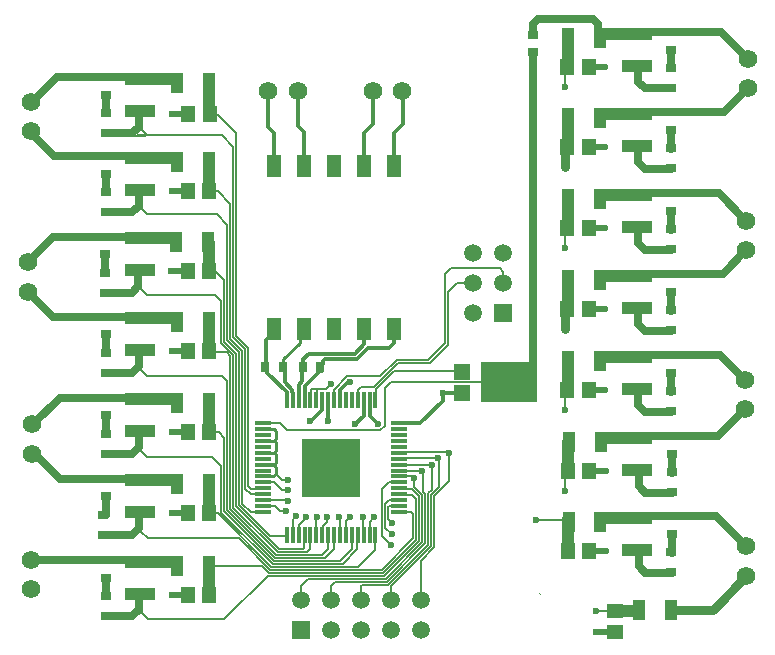
<source format=gtl>
G04*
G04 #@! TF.GenerationSoftware,Altium Limited,Altium Designer,20.0.10 (225)*
G04*
G04 Layer_Physical_Order=1*
G04 Layer_Color=255*
%FSLAX25Y25*%
%MOIN*%
G70*
G01*
G75*
%ADD15C,0.00500*%
%ADD16C,0.01000*%
%ADD36R,0.19134X0.13228*%
%ADD37R,0.05512X0.05472*%
%ADD38R,0.02756X0.03543*%
%ADD39R,0.03543X0.02756*%
%ADD40R,0.05512X0.04724*%
%ADD41R,0.04331X0.06693*%
%ADD42R,0.05000X0.07441*%
%ADD43R,0.05807X0.01181*%
%ADD44R,0.01181X0.05807*%
%ADD45R,0.19685X0.19685*%
%ADD46R,0.04724X0.05512*%
%ADD47R,0.03740X0.02953*%
%ADD48R,0.10236X0.04331*%
%ADD49C,0.02000*%
%ADD50C,0.01200*%
%ADD51C,0.02700*%
%ADD52C,0.03000*%
%ADD53C,0.04000*%
%ADD54C,0.02500*%
%ADD55C,0.06201*%
%ADD56R,0.05906X0.05906*%
%ADD57C,0.05906*%
%ADD58R,0.05906X0.05906*%
%ADD59C,0.02362*%
G36*
X305020Y102947D02*
X305077D01*
Y102890D01*
X305134D01*
Y102833D01*
X305077D01*
Y102890D01*
X305020D01*
Y102947D01*
X304963D01*
Y103004D01*
X305020D01*
Y102947D01*
D02*
G37*
G36*
Y107967D02*
X305077D01*
Y107910D01*
X305134D01*
Y107853D01*
X305077D01*
Y107910D01*
X305020D01*
Y107967D01*
X304963D01*
Y108024D01*
X305020D01*
Y107967D01*
D02*
G37*
G36*
X305362Y107625D02*
X305419D01*
Y107568D01*
X305476D01*
Y107510D01*
X305419D01*
Y107568D01*
X305362D01*
Y107625D01*
X305305D01*
Y107682D01*
X305362D01*
Y107625D01*
D02*
G37*
G36*
X298517Y109222D02*
X298574D01*
Y109165D01*
X298631D01*
Y109108D01*
X298574D01*
Y109165D01*
X298517D01*
Y109222D01*
X298460D01*
Y109279D01*
X298517D01*
Y109222D01*
D02*
G37*
G36*
X298859Y108879D02*
X298916D01*
Y108823D01*
X298973D01*
Y108765D01*
X298916D01*
Y108823D01*
X298859D01*
Y108879D01*
X298802D01*
Y108937D01*
X298859D01*
Y108879D01*
D02*
G37*
G36*
X297832Y110705D02*
X297889D01*
Y110648D01*
X297947D01*
Y110591D01*
X297889D01*
Y110648D01*
X297832D01*
Y110705D01*
X297775D01*
Y110762D01*
X297832D01*
Y110705D01*
D02*
G37*
G36*
X303537Y114242D02*
X303594D01*
Y114184D01*
X303651D01*
Y114128D01*
X303594D01*
Y114184D01*
X303537D01*
Y114242D01*
X303480D01*
Y114299D01*
X303537D01*
Y114242D01*
D02*
G37*
G36*
X303879Y113899D02*
X303936D01*
Y113842D01*
X303993D01*
Y113785D01*
X303936D01*
Y113842D01*
X303879D01*
Y113899D01*
X303822D01*
Y113956D01*
X303879D01*
Y113899D01*
D02*
G37*
G36*
X305020Y115382D02*
X305077D01*
Y115325D01*
X305134D01*
Y115268D01*
X305077D01*
Y115325D01*
X305020D01*
Y115382D01*
X304963D01*
Y115439D01*
X305020D01*
Y115382D01*
D02*
G37*
G36*
X298517Y124053D02*
X298574D01*
Y123996D01*
X298631D01*
Y123939D01*
X298574D01*
Y123996D01*
X298517D01*
Y124053D01*
X298460D01*
Y124110D01*
X298517D01*
Y124053D01*
D02*
G37*
G36*
X300570Y124737D02*
X300627D01*
Y124680D01*
X300684D01*
Y124623D01*
X300627D01*
Y124680D01*
X300570D01*
Y124737D01*
X300513D01*
Y124794D01*
X300570D01*
Y124737D01*
D02*
G37*
G36*
X304906Y122228D02*
X304963D01*
Y122170D01*
X305020D01*
Y122113D01*
X305077D01*
Y122056D01*
X305134D01*
Y121999D01*
X305077D01*
Y122056D01*
X305020D01*
Y122113D01*
X304963D01*
Y122170D01*
X304906D01*
Y122228D01*
X304849D01*
Y122284D01*
X304906D01*
Y122228D01*
D02*
G37*
G36*
X305704Y106940D02*
X305761D01*
Y106883D01*
X305818D01*
Y106826D01*
X305761D01*
Y106883D01*
X305704D01*
Y106940D01*
X305647D01*
Y106997D01*
X305704D01*
Y106940D01*
D02*
G37*
G36*
X312892Y116295D02*
X312949D01*
Y116238D01*
X313006D01*
Y116181D01*
X312949D01*
Y116238D01*
X312892D01*
Y116295D01*
X312835D01*
Y116352D01*
X312892D01*
Y116295D01*
D02*
G37*
G36*
X312549Y116637D02*
X312606D01*
Y116580D01*
X312664D01*
Y116523D01*
X312606D01*
Y116580D01*
X312549D01*
Y116637D01*
X312492D01*
Y116694D01*
X312549D01*
Y116637D01*
D02*
G37*
G36*
X310382Y116980D02*
X310439D01*
Y116923D01*
X310496D01*
Y116866D01*
X310439D01*
Y116923D01*
X310382D01*
Y116980D01*
X310325D01*
Y117037D01*
X310382D01*
Y116980D01*
D02*
G37*
G36*
X309697Y118349D02*
X309754D01*
Y118292D01*
X309811D01*
Y118235D01*
X309754D01*
Y118292D01*
X309697D01*
Y118349D01*
X309640D01*
Y118406D01*
X309697D01*
Y118349D01*
D02*
G37*
G36*
X312207Y116980D02*
X312264D01*
Y116923D01*
X312321D01*
Y116866D01*
X312264D01*
Y116923D01*
X312207D01*
Y116980D01*
X312150D01*
Y117037D01*
X312207D01*
Y116980D01*
D02*
G37*
G36*
X306389Y120174D02*
X306446D01*
Y120117D01*
X306389D01*
Y120174D01*
X306332D01*
Y120231D01*
X306389D01*
Y120174D01*
D02*
G37*
G36*
X306047Y120859D02*
X306103D01*
Y120801D01*
X306161D01*
Y120744D01*
X306103D01*
Y120801D01*
X306047D01*
Y120859D01*
X305990D01*
Y120915D01*
X306047D01*
Y120859D01*
D02*
G37*
G36*
X309013Y120174D02*
X309070D01*
Y120117D01*
X309127D01*
Y120060D01*
X309070D01*
Y120117D01*
X309013D01*
Y120174D01*
X308956D01*
Y120231D01*
X309013D01*
Y120174D01*
D02*
G37*
G36*
X312549Y123368D02*
X312606D01*
Y123311D01*
X312664D01*
Y123254D01*
X312606D01*
Y123311D01*
X312549D01*
Y123368D01*
X312492D01*
Y123425D01*
X312549D01*
Y123368D01*
D02*
G37*
G36*
X314261Y122912D02*
X314318D01*
Y122855D01*
X314375D01*
Y122798D01*
X314318D01*
Y122855D01*
X314261D01*
Y122912D01*
X314204D01*
Y122969D01*
X314261D01*
Y122912D01*
D02*
G37*
G36*
X314603Y121657D02*
X314660D01*
Y121600D01*
X314717D01*
Y121543D01*
X314660D01*
Y121600D01*
X314603D01*
Y121657D01*
X314546D01*
Y121714D01*
X314603D01*
Y121657D01*
D02*
G37*
D15*
X211500Y202500D02*
Y270000D01*
X202587Y276500D02*
X202993Y276094D01*
X205406D01*
X211500Y270000D01*
X205287Y250713D02*
X209500Y246500D01*
X202393Y251160D02*
X202839Y250713D01*
X205287D01*
X209500Y201586D02*
Y246500D01*
X331209Y110791D02*
X337549D01*
X331000Y111000D02*
X331209Y110791D01*
X214500Y151500D02*
Y198000D01*
X209500Y144843D02*
X224843Y129500D01*
X207500Y144015D02*
X224015Y127500D01*
X207500Y144015D02*
Y168500D01*
X211500Y145672D02*
X225672Y131500D01*
X212500Y146086D02*
Y197000D01*
X206500Y200172D02*
X210500Y196172D01*
X208257Y197000D02*
X209500Y195757D01*
X208500Y144429D02*
Y187500D01*
X215500Y152500D02*
Y198500D01*
X213500Y146500D02*
X216293Y143707D01*
X210500Y145257D02*
X225257Y130500D01*
X210500Y202000D02*
X214500Y198000D01*
X209500Y201586D02*
X213500Y197586D01*
X208500Y201000D02*
X212500Y197000D01*
Y146086D02*
X222676Y135909D01*
X205644Y170356D02*
X207500Y168500D01*
X213500Y146500D02*
Y197586D01*
X210500Y145257D02*
Y196172D01*
X211500Y145672D02*
Y196586D01*
X214500Y151500D02*
X216339Y149661D01*
X215500Y152500D02*
X216390Y151610D01*
X208500Y144429D02*
X224429Y128500D01*
X202507Y170356D02*
X205644D01*
X216390Y151610D02*
X220409D01*
X209500Y144843D02*
Y195757D01*
X220391Y149661D02*
X220409Y149642D01*
X211500Y202500D02*
X215500Y198500D01*
X207500Y200586D02*
X211500Y196586D01*
X206803Y189197D02*
X208500Y187500D01*
X246000Y127500D02*
X250020Y131520D01*
X249980Y136020D02*
X250020Y135980D01*
Y131520D02*
Y135980D01*
X203303Y162197D02*
X206500Y159000D01*
Y143600D02*
Y159000D01*
X181637Y162197D02*
X203303D01*
X235500Y121500D02*
X261243D01*
X243000Y119000D02*
X244500Y120500D01*
X205330Y143356D02*
X223186Y125500D01*
X222772Y124500D02*
X260000D01*
X265681Y157626D02*
X273804D01*
X223186Y125500D02*
X252000D01*
X223601Y126500D02*
X246914D01*
X260414Y123500D02*
X271500Y134586D01*
X222000Y122500D02*
X260828D01*
X222358Y123500D02*
X260414D01*
X244500Y120500D02*
X261657D01*
X252000Y125500D02*
X257793Y131293D01*
X206500Y143600D02*
X223601Y126500D01*
X273462Y157626D02*
X273804D01*
X219946Y125911D02*
X222358Y123500D01*
X246914Y126500D02*
X251858Y131444D01*
X212272Y135000D02*
X222772Y124500D01*
X243000Y114500D02*
Y119000D01*
X224015Y127500D02*
X246000D01*
X261657Y120500D02*
X274500Y133343D01*
X261243Y121500D02*
X273500Y133757D01*
X257764Y135909D02*
X257793Y135880D01*
X260828Y122500D02*
X272500Y134172D01*
X260000Y124500D02*
X270500Y135000D01*
X244061Y184561D02*
X248500Y189000D01*
X244061Y181168D02*
Y184561D01*
X248500Y189000D02*
X259500D01*
X241354Y184854D02*
X243000Y186500D01*
X238524Y184854D02*
X241354D01*
X238231Y184561D02*
X238524Y184854D01*
X259500Y189000D02*
X265000Y194500D01*
X275500D01*
X236201Y181201D02*
X236220Y181220D01*
X236524Y184866D02*
X237926D01*
X236220Y181220D02*
Y184561D01*
X236524Y184866D01*
X237926D02*
X238231Y184561D01*
X238169Y181201D02*
X238231Y181262D01*
Y184561D01*
X261000Y172500D02*
Y185000D01*
X263000Y187000D01*
X302299D01*
X228500Y171000D02*
X259500D01*
X261000Y172500D01*
X302299Y187000D02*
X304736D01*
X220500Y173374D02*
X226126D01*
X228500Y171000D01*
X257414Y185500D02*
X265414Y193500D01*
X276000D01*
X253000Y185500D02*
X257414D01*
X258000Y181346D02*
Y184672D01*
X264039Y190711D01*
X257854Y181201D02*
X258000Y181346D01*
X264039Y190711D02*
X286533D01*
X286622Y190622D01*
X262028Y145489D02*
X262320Y145782D01*
X262028Y141546D02*
Y145489D01*
X265648Y145782D02*
X265681Y145815D01*
X262320Y145782D02*
X265648D01*
X261028Y138612D02*
Y146544D01*
X265627Y147837D02*
X265681Y147784D01*
X261028Y146544D02*
X262320Y147837D01*
X265627D01*
X262287Y153689D02*
X265681D01*
X260028Y135742D02*
Y151429D01*
X262287Y153689D01*
X260028Y135742D02*
X263043Y132726D01*
X261028Y138612D02*
X263232Y136407D01*
Y140020D02*
Y140341D01*
X262028Y141546D02*
X263232Y140341D01*
X311291Y141291D02*
X311311Y141271D01*
X321395D02*
X322234Y140432D01*
X311311Y141271D02*
X321395D01*
X277500Y149162D02*
X282500Y154162D01*
Y163136D01*
X279125Y152201D02*
Y159800D01*
X276500Y149576D02*
X279125Y152201D01*
X279110Y159815D02*
X279125Y159800D01*
X279110Y159815D02*
Y161761D01*
X277500Y132100D02*
Y149162D01*
X265861Y163712D02*
X282040D01*
X272950Y127550D02*
X277500Y132100D01*
X276500Y132515D02*
Y149576D01*
X263000Y119015D02*
X276500Y132515D01*
X276808Y151298D02*
Y159308D01*
X275500Y149990D02*
X276808Y151298D01*
X276273Y159595D02*
X276540Y159327D01*
X265681Y159595D02*
X276273D01*
X275500Y132929D02*
Y149990D01*
X262071Y119500D02*
X275500Y132929D01*
X266069Y161951D02*
X278672D01*
X273730Y150599D02*
Y157537D01*
X270348Y155657D02*
X270743Y155263D01*
X273730Y150599D02*
X274500Y149828D01*
X265681Y155657D02*
X270348D01*
X282040Y163712D02*
X282232Y163520D01*
X265681Y163531D02*
X265861Y163712D01*
X270000Y151500D02*
X272500Y149000D01*
X265701Y151500D02*
X270000D01*
X271500Y134586D02*
Y148000D01*
X269951Y149549D02*
X271500Y148000D01*
X265684Y149549D02*
X269951D01*
X274500Y133343D02*
Y149828D01*
X265681Y161563D02*
X266069Y161951D01*
X255886Y136020D02*
Y140635D01*
X257232Y141982D01*
Y142020D01*
X253825Y136112D02*
X253917Y136020D01*
X253825Y136112D02*
Y141927D01*
X253732Y142020D02*
X253825Y141927D01*
X248012Y136020D02*
Y140680D01*
X249423Y142091D01*
X245888Y136175D02*
X246043Y136020D01*
X245888Y136175D02*
Y141864D01*
X245732Y142020D02*
X245888Y141864D01*
X240478Y139205D02*
X241636Y140362D01*
X240478Y136360D02*
Y139205D01*
X240138Y136020D02*
X240478Y136360D01*
X241636Y140362D02*
Y142091D01*
X238169Y136020D02*
X238201Y136051D01*
Y141988D01*
X238232Y142020D01*
X231228Y142289D02*
Y142493D01*
X230254Y141315D02*
X231228Y142289D01*
X230254Y136061D02*
Y141315D01*
X234591Y141901D02*
Y142110D01*
X232264Y139575D02*
X234591Y141901D01*
X232264Y136020D02*
Y139575D01*
X230254Y136061D02*
X230295Y136020D01*
X226091Y144110D02*
X228091D01*
X220500Y145815D02*
X224386D01*
X226091Y144110D01*
X220500Y147784D02*
X220587Y147697D01*
X228504D01*
X228590Y147610D01*
X232264Y136020D02*
X232264Y136020D01*
X220500Y153689D02*
X224012D01*
X226590Y151110D02*
X228590D01*
X224012Y153689D02*
X226590Y151110D01*
Y154610D02*
X228590D01*
X224590Y156610D02*
X226590Y154610D01*
X270653Y152262D02*
X273500Y149414D01*
X270653Y152262D02*
Y155152D01*
X356549Y136432D02*
X356549Y136432D01*
X321185Y150685D02*
Y156600D01*
X356571Y163128D02*
X356571Y163128D01*
X321000Y177728D02*
Y183643D01*
X356386Y190171D02*
X356386Y190171D01*
X356386Y217171D02*
X356386Y217171D01*
X321000Y231728D02*
Y237643D01*
X356386Y244171D02*
X356386Y244171D01*
X356386Y271171D02*
X356386Y271171D01*
X285000Y220000D02*
X290500D01*
X282000Y217000D02*
X285000Y220000D01*
X282000Y199500D02*
Y217000D01*
X276000Y193500D02*
X282000Y199500D01*
X252000Y184500D02*
X253000Y185500D01*
X251590Y181110D02*
X251732Y181252D01*
X252000Y181232D02*
Y184500D01*
X283000Y225000D02*
X299271D01*
X300500Y223771D01*
Y220000D02*
Y223771D01*
X281000Y223000D02*
X283000Y225000D01*
X281000Y200000D02*
Y223000D01*
X275500Y194500D02*
X281000Y200000D01*
X207500Y108000D02*
X222000Y122500D01*
X182000Y108000D02*
X207500D01*
X272950Y114550D02*
X273000Y114500D01*
X272950Y114550D02*
Y127550D01*
X233000Y114500D02*
Y119000D01*
X235500Y121500D01*
X242500Y114500D02*
X242703Y114703D01*
X253000Y114500D02*
Y119000D01*
X253500Y119500D02*
X262071D01*
X253000Y119000D02*
X253500Y119500D01*
X262985Y114515D02*
X263000Y114530D01*
Y119015D01*
X262985Y114515D02*
X263000Y114500D01*
X273500Y133757D02*
Y149414D01*
X321000Y285500D02*
Y291414D01*
X272500Y134172D02*
Y149000D01*
X270500Y135000D02*
Y143020D01*
X265591Y143736D02*
X269784D01*
X270500Y143020D01*
X178964Y137252D02*
X179748D01*
X177860D02*
X178964D01*
X178964Y110122D02*
X179878D01*
X177860D02*
X178964D01*
X265591Y149642D02*
X265684Y149549D01*
X265591Y151610D02*
X265701Y151500D01*
X179878Y110122D02*
X182000Y108000D01*
X202279Y125911D02*
X219946D01*
X182000Y135000D02*
X212272D01*
X179748Y137252D02*
X182000Y135000D01*
X224429Y128500D02*
X241034D01*
X243984Y131450D02*
Y135909D01*
X241034Y128500D02*
X243984Y131450D01*
X224843Y129500D02*
X240000D01*
X242000Y135894D02*
X242016Y135909D01*
X240000Y129500D02*
X242000Y131500D01*
Y135894D01*
X257793Y131293D02*
Y135880D01*
X202507Y143356D02*
X205330D01*
X225257Y130500D02*
X235000D01*
X181637Y189197D02*
X206803D01*
X202507Y197356D02*
X202864Y197000D01*
X208257D01*
X207500Y200586D02*
Y221000D01*
X208500Y201000D02*
Y239500D01*
X204500Y216000D02*
X206500Y214000D01*
Y200172D02*
Y214000D01*
X210500Y202000D02*
Y265586D01*
X181821Y243000D02*
X205000D01*
X178964Y245856D02*
X181821Y243000D01*
X181287Y269500D02*
X181887D01*
X178250D02*
X181287D01*
X181887D02*
X206586D01*
X178964Y272227D02*
X181287Y269904D01*
Y269490D02*
Y269904D01*
X180994Y269197D02*
X181287Y269490D01*
X177778Y269197D02*
X180994D01*
X181821Y216000D02*
X204500D01*
X178779Y219041D02*
X181821Y216000D01*
X251858Y131444D02*
Y135909D01*
X177860Y164252D02*
X179582D01*
X181637Y162197D01*
X216339Y149661D02*
X220391D01*
X236110Y131610D02*
Y135909D01*
X235000Y130500D02*
X236110Y131610D01*
X177860Y191252D02*
X179582D01*
X181637Y189197D01*
X225672Y131500D02*
X233849D01*
X234142Y131793D01*
Y135909D01*
X204155Y224344D02*
X207500Y221000D01*
X222676Y135909D02*
X228236D01*
X205000Y243000D02*
X208500Y239500D01*
X216756Y143736D02*
X220409D01*
X216727Y143707D02*
X216756Y143736D01*
X216293Y143707D02*
X216727D01*
X206586Y269500D02*
X210500Y265586D01*
X356386Y297942D02*
X356386Y297942D01*
X167964Y121912D02*
X167964Y121912D01*
X167964Y149041D02*
X167964Y149041D01*
X167964Y176041D02*
X167964Y176041D01*
X167964Y203041D02*
X167964Y203042D01*
X167779Y229727D02*
X167779Y229727D01*
X167964Y256541D02*
X167964Y256541D01*
X167964Y282911D02*
X167964Y282911D01*
D16*
X226953Y192000D02*
X227186Y192233D01*
Y194686D01*
X232720Y200220D01*
Y203574D01*
X234000Y204854D01*
X230295Y181201D02*
Y183495D01*
X224095Y163622D02*
X224590Y164117D01*
Y167008D01*
X220590Y163622D02*
X224095D01*
X220500Y163531D02*
X220590Y163622D01*
X224095D02*
X224590Y163127D01*
Y160180D02*
Y163127D01*
X220500Y155657D02*
X220590Y155748D01*
X223728D01*
X224590Y156610D01*
Y158918D01*
X220590Y159504D02*
X224005D01*
X224590Y158918D01*
X220500Y159595D02*
X220590Y159504D01*
X220500Y159595D02*
X220590Y159685D01*
X224095D01*
X224590Y160180D01*
X224039Y167559D02*
X224590Y167008D01*
X220500Y167469D02*
X220590Y167559D01*
X224039D01*
X224590Y168110D01*
Y170820D01*
X220500Y171405D02*
X224005D01*
X224590Y170820D01*
D36*
X302299Y187000D02*
D03*
D37*
X286622Y183378D02*
D03*
Y190622D02*
D03*
D38*
X221047Y192000D02*
D03*
X226953D02*
D03*
X239453Y192000D02*
D03*
X233547D02*
D03*
D39*
X310500Y297047D02*
D03*
Y302953D02*
D03*
X356386Y297942D02*
D03*
Y303848D02*
D03*
X356386Y271171D02*
D03*
Y277076D02*
D03*
Y244171D02*
D03*
Y250076D02*
D03*
Y217171D02*
D03*
Y223076D02*
D03*
Y190171D02*
D03*
Y196076D02*
D03*
X356571Y163128D02*
D03*
Y169033D02*
D03*
X356549Y136432D02*
D03*
Y142338D02*
D03*
X167964Y282911D02*
D03*
Y288817D02*
D03*
X167964Y256541D02*
D03*
Y262447D02*
D03*
X167779Y229727D02*
D03*
Y235632D02*
D03*
X167964Y203042D02*
D03*
Y208947D02*
D03*
Y176041D02*
D03*
Y181947D02*
D03*
Y149041D02*
D03*
Y154947D02*
D03*
X167964Y121912D02*
D03*
Y127817D02*
D03*
D40*
X337549Y110791D02*
D03*
Y103704D02*
D03*
D41*
X345734Y111247D02*
D03*
X356364D02*
D03*
X322071Y301942D02*
D03*
X332701D02*
D03*
X322071Y275171D02*
D03*
X332701D02*
D03*
X322071Y248171D02*
D03*
X332701D02*
D03*
X322071Y221171D02*
D03*
X332701D02*
D03*
X322071Y194171D02*
D03*
X332701D02*
D03*
X322256Y167128D02*
D03*
X332886D02*
D03*
X322234Y140432D02*
D03*
X332864D02*
D03*
X202279Y286912D02*
D03*
X191649D02*
D03*
X202279Y260541D02*
D03*
X191649D02*
D03*
X202094Y233727D02*
D03*
X191464D02*
D03*
X202279Y207041D02*
D03*
X191649D02*
D03*
X202279Y180042D02*
D03*
X191649D02*
D03*
X202279Y153042D02*
D03*
X191649D02*
D03*
X202279Y125911D02*
D03*
X191649D02*
D03*
D42*
X224000Y204854D02*
D03*
X234000D02*
D03*
X244000D02*
D03*
X254000D02*
D03*
X264000D02*
D03*
Y259146D02*
D03*
X254000D02*
D03*
X244000D02*
D03*
X234000D02*
D03*
X224000D02*
D03*
D43*
X220500Y173374D02*
D03*
Y171405D02*
D03*
Y169437D02*
D03*
Y167469D02*
D03*
Y165500D02*
D03*
Y163531D02*
D03*
Y161563D02*
D03*
Y159595D02*
D03*
Y157626D02*
D03*
Y155657D02*
D03*
Y153689D02*
D03*
Y151720D02*
D03*
Y149752D02*
D03*
Y147784D02*
D03*
Y145815D02*
D03*
Y143846D02*
D03*
X265681D02*
D03*
Y145815D02*
D03*
Y147784D02*
D03*
Y149752D02*
D03*
Y151720D02*
D03*
Y153689D02*
D03*
Y155657D02*
D03*
Y157626D02*
D03*
Y159595D02*
D03*
Y161563D02*
D03*
Y163531D02*
D03*
Y165500D02*
D03*
Y167469D02*
D03*
Y169437D02*
D03*
Y171405D02*
D03*
Y173374D02*
D03*
D44*
X228327Y136020D02*
D03*
X230295D02*
D03*
X232264D02*
D03*
X234232D02*
D03*
X236201D02*
D03*
X238169D02*
D03*
X240138D02*
D03*
X242106D02*
D03*
X244075D02*
D03*
X246043D02*
D03*
X248012D02*
D03*
X249980D02*
D03*
X251949D02*
D03*
X253917D02*
D03*
X255886D02*
D03*
X257854D02*
D03*
Y181201D02*
D03*
X255886D02*
D03*
X253917D02*
D03*
X251949D02*
D03*
X249980D02*
D03*
X248012D02*
D03*
X246043D02*
D03*
X244075D02*
D03*
X242106D02*
D03*
X240138D02*
D03*
X238169D02*
D03*
X236201D02*
D03*
X234232D02*
D03*
X232264D02*
D03*
X230295D02*
D03*
X228327D02*
D03*
D45*
X243091Y158610D02*
D03*
D46*
X321843Y292257D02*
D03*
X328929D02*
D03*
X321843Y265486D02*
D03*
X328929D02*
D03*
X321843Y238486D02*
D03*
X328929D02*
D03*
X321843Y211486D02*
D03*
X328929D02*
D03*
X321843Y184486D02*
D03*
X328929D02*
D03*
X322028Y157442D02*
D03*
X329115D02*
D03*
X322005Y130747D02*
D03*
X329092D02*
D03*
X202587Y276500D02*
D03*
X195500D02*
D03*
X202507Y250856D02*
D03*
X195421D02*
D03*
X202323Y224042D02*
D03*
X195236D02*
D03*
X202507Y197356D02*
D03*
X195421D02*
D03*
X202507Y170356D02*
D03*
X195421D02*
D03*
X202507Y143356D02*
D03*
X195421D02*
D03*
X202507Y116226D02*
D03*
X195421D02*
D03*
D47*
X356500Y291846D02*
D03*
Y285154D02*
D03*
X356500Y265075D02*
D03*
Y258382D02*
D03*
Y238075D02*
D03*
Y231382D02*
D03*
Y211075D02*
D03*
Y204382D02*
D03*
Y184075D02*
D03*
Y177382D02*
D03*
X356685Y157032D02*
D03*
Y150339D02*
D03*
X356500Y130347D02*
D03*
Y123653D02*
D03*
X167964Y276711D02*
D03*
Y270018D02*
D03*
X167964Y250341D02*
D03*
Y243648D02*
D03*
X167779Y223526D02*
D03*
Y216833D02*
D03*
X167964Y196841D02*
D03*
Y190148D02*
D03*
Y169841D02*
D03*
Y163148D02*
D03*
X167135Y142841D02*
D03*
Y136148D02*
D03*
X167964Y115711D02*
D03*
Y109018D02*
D03*
D48*
X344886Y292628D02*
D03*
Y303257D02*
D03*
X344886Y265856D02*
D03*
Y276486D02*
D03*
Y238856D02*
D03*
Y249486D02*
D03*
Y211856D02*
D03*
Y222486D02*
D03*
Y184856D02*
D03*
Y195486D02*
D03*
X345071Y157813D02*
D03*
Y168442D02*
D03*
X345049Y131117D02*
D03*
Y141747D02*
D03*
X179464Y277597D02*
D03*
Y288227D02*
D03*
X179464Y251226D02*
D03*
Y261856D02*
D03*
X179279Y224412D02*
D03*
Y235041D02*
D03*
X179464Y197727D02*
D03*
Y208356D02*
D03*
Y170727D02*
D03*
Y181356D02*
D03*
Y143727D02*
D03*
Y154356D02*
D03*
X179464Y116597D02*
D03*
Y127226D02*
D03*
D49*
X337524Y103728D02*
X337549Y103704D01*
X331369Y103728D02*
X337524D01*
X331344Y103753D02*
X331369Y103728D01*
X329092Y130747D02*
X334549D01*
X329092Y130747D02*
X329092Y130747D01*
X329115Y157442D02*
X334571D01*
X329115Y157442D02*
X329115Y157442D01*
X328929Y184486D02*
X334386D01*
X328929Y184486D02*
X328929Y184486D01*
Y211486D02*
X334386D01*
X328929Y211486D02*
X328929Y211486D01*
Y238486D02*
X334386D01*
X328929Y238486D02*
X328929Y238486D01*
Y265486D02*
X334386D01*
X328929Y265486D02*
X328929Y265486D01*
X328929Y292257D02*
X334386D01*
X328929Y292257D02*
X328929Y292257D01*
X195421Y116226D02*
X195421Y116226D01*
X189964Y116226D02*
X195421D01*
X195421Y143356D02*
X195421Y143356D01*
X189964Y143356D02*
X195421D01*
Y170356D02*
X195421Y170356D01*
X189964Y170356D02*
X195421D01*
Y197356D02*
X195421Y197356D01*
X189964Y197356D02*
X195421D01*
X195236Y224041D02*
X195236Y224042D01*
X189779Y224041D02*
X195236D01*
X195421Y250856D02*
X195421Y250856D01*
X189964Y250856D02*
X195421D01*
X195500Y276500D02*
X195500Y276500D01*
X190043Y276500D02*
X195500D01*
D50*
X240900Y194900D02*
X251663D01*
X239131Y193131D02*
X240191D01*
X240231Y193172D01*
Y194231D01*
X240900Y194900D01*
X234242Y185838D02*
X238675Y190271D01*
Y190828D01*
X238726Y190880D02*
X240179D01*
X238675Y190828D02*
X238726Y190880D01*
X235600Y196600D02*
X250959D01*
X233547Y192000D02*
X233869Y192322D01*
Y194869D01*
X235600Y196600D01*
X232238Y186238D02*
X233500Y187500D01*
Y192500D01*
X221825Y190175D02*
X228327Y183673D01*
X221825Y190175D02*
Y191675D01*
X228327Y181201D02*
Y183673D01*
X221500Y192000D02*
X221825Y191675D01*
X221500Y192000D02*
Y201134D01*
X227562Y187016D02*
X230027Y184550D01*
X227562Y187016D02*
Y190890D01*
X221500Y201134D02*
X224000Y203634D01*
Y204854D01*
X246053Y184553D02*
X248278Y186778D01*
X249278D01*
X249500Y187000D01*
X246053Y181210D02*
Y184553D01*
X246043Y181201D02*
X246053Y181210D01*
X234242D02*
Y185838D01*
X251663Y194900D02*
X255263Y198500D01*
X230027Y183763D02*
X230295Y183495D01*
X230027Y183763D02*
Y184550D01*
X265949Y173354D02*
X272854D01*
X280238Y180737D01*
Y183528D01*
X285080D01*
X234232Y181201D02*
X234242Y181210D01*
X254000Y199641D02*
Y203634D01*
X250959Y196600D02*
X254000Y199641D01*
X232254Y181210D02*
X232264Y181201D01*
X232238Y183885D02*
Y186238D01*
X232254Y181210D02*
Y183869D01*
X232238Y183885D02*
X232254Y183869D01*
X285080Y183528D02*
X285607Y183000D01*
X286304Y183696D01*
X286622Y183378D01*
X222000Y283842D02*
X222158Y284000D01*
X222000Y272000D02*
Y283842D01*
X224000Y259146D02*
Y270000D01*
X222000Y272000D02*
X224000Y270000D01*
X232000Y272500D02*
Y284000D01*
X234000Y259146D02*
Y270500D01*
X232000Y272500D02*
X234000Y270500D01*
X257000Y273000D02*
Y284000D01*
X254000Y259146D02*
Y270000D01*
X257000Y273000D01*
X266843Y284000D02*
X267000Y283842D01*
Y273000D02*
Y283842D01*
X264000Y259146D02*
Y270000D01*
X267000Y273000D01*
X251091Y173110D02*
X253917Y175937D01*
X255886Y175815D02*
X258591Y173110D01*
X255886Y175815D02*
Y181201D01*
X253917Y175937D02*
Y181201D01*
X255263Y198500D02*
X262219D01*
X263939Y204793D02*
X264000Y204854D01*
X262219Y198500D02*
X263939Y200220D01*
Y204793D01*
X240128Y177648D02*
Y181191D01*
X236813Y174333D02*
X240128Y177648D01*
X236360Y174333D02*
X236813D01*
X236138Y174110D02*
X236360Y174333D01*
X240128Y181191D02*
X240138Y181201D01*
X242097Y181191D02*
X242106Y181201D01*
X242097Y174164D02*
Y181191D01*
X242043Y174110D02*
X242097Y174164D01*
D51*
X142964Y270036D02*
Y270644D01*
Y270036D02*
X150553Y262447D01*
X167964D01*
X151817Y288817D02*
X167964D01*
X143486Y280486D02*
X151817Y288817D01*
X142964Y280486D02*
X143486D01*
X141964Y227069D02*
X150527Y235632D01*
X141964Y217227D02*
X150244Y208947D01*
X143464Y173069D02*
X143677D01*
X152555Y181947D01*
X143464Y163226D02*
X144275D01*
X152555Y154947D01*
X142964Y128069D02*
X143216Y127817D01*
X167964D01*
X356549Y142338D02*
X371505D01*
X381500Y132343D01*
X372033Y169033D02*
X381000Y178000D01*
X356571Y169033D02*
X372033D01*
X356543Y169005D02*
X356571Y169033D01*
X356386Y196076D02*
X372766D01*
X381000Y187843D01*
X356386Y223076D02*
X373576D01*
X381500Y231000D01*
X356386Y250076D02*
X372266D01*
X381500Y240843D01*
X356386Y277076D02*
X374076D01*
X382000Y285000D02*
Y285000D01*
X374076Y277076D02*
X382000Y285000D01*
X356386Y303848D02*
X372994D01*
X382000Y294843D01*
X347757Y123539D02*
X356549D01*
X330304Y308000D02*
X331886Y306418D01*
X312093Y308000D02*
X330304D01*
X310500Y302953D02*
X310512Y302964D01*
Y306418D01*
X312093Y308000D01*
X331886Y303939D02*
Y306418D01*
Y303939D02*
X332252Y303573D01*
X332862D01*
X310500Y296905D02*
X310528Y296933D01*
X310500Y192264D02*
Y296905D01*
X304736Y187000D02*
X305236D01*
X310500Y192264D01*
X310528Y296933D02*
X310724D01*
X345277Y110791D02*
X345734Y111247D01*
X345549Y125747D02*
X347757Y123539D01*
X345386Y179486D02*
X347595Y177277D01*
X345571Y152443D02*
X347780Y150234D01*
X345386Y206486D02*
X347595Y204277D01*
X345386Y233486D02*
X347595Y231277D01*
X345386Y260486D02*
X347595Y258277D01*
X345386Y287257D02*
X347595Y285049D01*
X356521Y142310D02*
X356549Y142338D01*
X345611Y142310D02*
X356521D01*
X345049Y141747D02*
X345611Y142310D01*
X345549Y125747D02*
Y130617D01*
X345049Y131117D02*
X345549Y130617D01*
X345634Y169005D02*
X356543D01*
X345071Y168442D02*
X345634Y169005D01*
X347780Y150234D02*
X356571D01*
X345571Y152443D02*
Y157313D01*
X345071Y157813D02*
X345571Y157313D01*
X356358Y196048D02*
X356386Y196076D01*
X345449Y196048D02*
X356358D01*
X344886Y195486D02*
X345449Y196048D01*
X347595Y177277D02*
X356386D01*
X345386Y179486D02*
Y184356D01*
X344886Y184856D02*
X345386Y184356D01*
X356358Y223048D02*
X356386Y223076D01*
X344886Y222486D02*
X345449Y223048D01*
X356358D01*
X347595Y204277D02*
X356386D01*
X345386Y206486D02*
Y211356D01*
X344886Y211856D02*
X345386Y211356D01*
X356358Y250048D02*
X356386Y250076D01*
X344886Y249486D02*
X345449Y250048D01*
X356358D01*
X347595Y231277D02*
X356386D01*
X345386Y233486D02*
Y238356D01*
X344886Y238856D02*
X345386Y238356D01*
X356358Y277048D02*
X356386Y277076D01*
X344886Y276486D02*
X345449Y277048D01*
X356358D01*
X347595Y258277D02*
X356386D01*
X345386Y260486D02*
Y265356D01*
X344886Y265856D02*
X345386Y265356D01*
X178804Y138196D02*
X178964Y138356D01*
X177860Y137252D02*
X178804Y138196D01*
X177860Y110122D02*
X178964Y111226D01*
X176756Y109018D02*
X177860Y110122D01*
X176755Y136148D02*
X177860Y137252D01*
Y164252D02*
X178964Y165356D01*
X176755Y163148D02*
X177860Y164252D01*
Y191252D02*
X178964Y192356D01*
X176755Y190148D02*
X177860Y191252D01*
X356358Y303820D02*
X356386Y303848D01*
X345449Y303820D02*
X356358D01*
X344886Y303257D02*
X345449Y303820D01*
X345386Y287257D02*
Y292127D01*
X347595Y285049D02*
X356386D01*
X344886Y292628D02*
X345386Y292127D01*
X167964Y127817D02*
X167992Y127789D01*
X178902D01*
X179464Y127226D01*
X178964Y116097D02*
X179464Y116597D01*
X178964Y111226D02*
Y116097D01*
X167964Y109018D02*
X176756D01*
X167964Y154947D02*
X167992Y154919D01*
X152555Y154947D02*
X167964D01*
X167992Y154919D02*
X178902D01*
X179464Y154356D01*
X178964Y143227D02*
X179464Y143727D01*
X178964Y138356D02*
Y143227D01*
X167964Y136148D02*
X176755D01*
X167964Y181947D02*
X167992Y181919D01*
X152555Y181947D02*
X167964D01*
X167992Y181919D02*
X178902D01*
X179464Y181356D01*
X178964Y170227D02*
X179464Y170727D01*
X178964Y165356D02*
Y170227D01*
X167964Y163148D02*
X176755D01*
X167964Y208947D02*
X167992Y208919D01*
X150244Y208947D02*
X167964D01*
X167992Y208919D02*
X178902D01*
X179464Y208356D01*
X178964Y197227D02*
X179464Y197727D01*
X178964Y192356D02*
Y197227D01*
X167964Y190148D02*
X176755D01*
X167779Y235632D02*
X167807Y235604D01*
X150527Y235632D02*
X167779D01*
X167807Y235604D02*
X178717D01*
X179279Y235041D01*
X178779Y223911D02*
X179279Y224412D01*
X178779Y219041D02*
Y223911D01*
X176570Y216833D02*
X178779Y219041D01*
X167779Y216833D02*
X176570D01*
X167964Y262447D02*
X167992Y262419D01*
X178902D01*
X179464Y261856D01*
X178964Y250727D02*
X179464Y251226D01*
X178964Y245856D02*
Y250727D01*
X176755Y243648D02*
X178964Y245856D01*
X167964Y243648D02*
X176755D01*
X178964Y277097D02*
X179464Y277597D01*
X178964Y272227D02*
Y277097D01*
X167964Y270018D02*
X176756D01*
X178964Y272227D01*
X167964Y288817D02*
X167992Y288789D01*
X178902D01*
X179464Y288227D01*
D52*
X356364Y111247D02*
X370247D01*
X381500Y122500D01*
X321185Y156600D02*
X322028Y157442D01*
X321000Y183643D02*
X321843Y184486D01*
X321000Y210643D02*
X321843Y211486D01*
X321000Y204728D02*
Y210643D01*
Y237643D02*
X321843Y238486D01*
X321000Y264643D02*
X321843Y265486D01*
X321000Y258728D02*
Y264643D01*
X321000Y291414D02*
X321843Y292257D01*
D53*
X332867Y303257D02*
X344886D01*
X337549Y110791D02*
X345277D01*
X322068Y141500D02*
X322234Y141335D01*
Y140432D02*
Y141335D01*
X322119Y130861D02*
Y140051D01*
X322005Y130747D02*
X322119Y130861D01*
X332864Y141582D02*
X333029Y141747D01*
X345049D01*
X332864Y140432D02*
Y141582D01*
X322028Y157442D02*
X322142Y157557D01*
X332886Y168277D02*
X333052Y168442D01*
X322142Y167013D02*
X322256Y167128D01*
X322142Y157557D02*
Y167013D01*
X333052Y168442D02*
X345071D01*
X332886Y167128D02*
Y168277D01*
X321843Y184486D02*
X321957Y184600D01*
X332701Y195320D02*
X332867Y195486D01*
X321957Y194057D02*
X322071Y194171D01*
X321957Y184600D02*
Y194057D01*
X332867Y195486D02*
X344886D01*
X332701Y194171D02*
Y195320D01*
X321843Y211486D02*
X321957Y211600D01*
X332701Y222320D02*
X332867Y222486D01*
X321957Y221057D02*
X322071Y221171D01*
X321957Y211600D02*
Y221057D01*
X332867Y222486D02*
X344886D01*
X332701Y221171D02*
Y222320D01*
X321843Y238486D02*
X321957Y238600D01*
X332701Y249320D02*
X332867Y249486D01*
X321957Y248057D02*
X322071Y248171D01*
X321957Y238600D02*
Y248057D01*
X332867Y249486D02*
X344886D01*
X332701Y248171D02*
Y249320D01*
X321843Y265486D02*
X321957Y265600D01*
X332701Y276320D02*
X332867Y276486D01*
X321957Y275057D02*
X322071Y275171D01*
X321957Y265600D02*
Y275057D01*
X332867Y276486D02*
X344886D01*
X332701Y275171D02*
Y276320D01*
X332701Y303092D02*
X332867Y303257D01*
X321957Y301828D02*
X322071Y301942D01*
X321843Y292257D02*
X321957Y292372D01*
Y301828D01*
X332701Y301942D02*
Y303092D01*
X191484Y127226D02*
X191649Y127061D01*
X202393Y116341D02*
X202507Y116226D01*
X202393Y116341D02*
Y125797D01*
X202279Y125911D02*
X202393Y125797D01*
X179464Y127226D02*
X191484D01*
X191649Y125911D02*
Y127061D01*
X191484Y154356D02*
X191649Y154191D01*
X202393Y143471D02*
X202507Y143356D01*
X202393Y143471D02*
Y152927D01*
X202279Y153042D02*
X202393Y152927D01*
X179464Y154356D02*
X191484D01*
X191649Y153042D02*
Y154191D01*
X191484Y181356D02*
X191649Y181191D01*
X202393Y170471D02*
X202507Y170356D01*
X202393Y170471D02*
Y179927D01*
X202279Y180042D02*
X202393Y179927D01*
X179464Y181356D02*
X191484D01*
X191649Y180042D02*
Y181191D01*
X191484Y208356D02*
X191649Y208191D01*
X202393Y197471D02*
X202507Y197356D01*
X202393Y197471D02*
Y206927D01*
X202279Y207041D02*
X202393Y206927D01*
X179464Y208356D02*
X191484D01*
X191649Y207041D02*
Y208191D01*
X191299Y235041D02*
X191464Y234876D01*
X202208Y224156D02*
X202323Y224042D01*
X202208Y224156D02*
Y233612D01*
X202094Y233727D02*
X202208Y233612D01*
X179279Y235041D02*
X191299D01*
X191464Y233727D02*
Y234876D01*
X191484Y261856D02*
X191649Y261691D01*
X202393Y250971D02*
X202507Y250856D01*
X202393Y250971D02*
Y260427D01*
X202279Y260541D02*
X202393Y260427D01*
X179464Y261856D02*
X191484D01*
X191649Y260541D02*
Y261691D01*
X202279Y286912D02*
X202393Y286797D01*
Y277341D02*
Y286797D01*
Y277341D02*
X202507Y277226D01*
X179464Y288227D02*
X191484D01*
X191649Y288061D01*
Y286912D02*
Y288061D01*
D54*
X356549Y130232D02*
Y136432D01*
X356571Y156927D02*
Y163128D01*
X356386Y183970D02*
Y190171D01*
Y210970D02*
Y217171D01*
Y237970D02*
Y244171D01*
Y264970D02*
Y271171D01*
X356386Y291742D02*
Y297942D01*
X167964Y115711D02*
Y121912D01*
X167964Y142841D02*
Y149041D01*
Y169841D02*
Y176041D01*
Y196841D02*
Y203041D01*
X167779Y223526D02*
Y229727D01*
X167964Y250341D02*
Y256541D01*
X167964Y276711D02*
Y282911D01*
D55*
X382000Y294843D02*
D03*
Y285000D02*
D03*
X381500Y240843D02*
D03*
Y231000D02*
D03*
X381000Y187843D02*
D03*
Y178000D02*
D03*
X381500Y132343D02*
D03*
Y122500D02*
D03*
X143000Y118000D02*
D03*
Y127842D02*
D03*
X143464Y163226D02*
D03*
Y173069D02*
D03*
X141964Y217227D02*
D03*
Y227069D02*
D03*
X142964Y270644D02*
D03*
Y280486D02*
D03*
X266843Y284000D02*
D03*
X257000D02*
D03*
X232000D02*
D03*
X222158D02*
D03*
D56*
X300500Y210000D02*
D03*
D57*
Y220000D02*
D03*
Y230000D02*
D03*
X290500Y210000D02*
D03*
Y220000D02*
D03*
Y230000D02*
D03*
X243000Y104500D02*
D03*
X253000D02*
D03*
X263000D02*
D03*
X273000D02*
D03*
X233000Y114500D02*
D03*
X243000D02*
D03*
X253000D02*
D03*
X263000D02*
D03*
X273000D02*
D03*
D58*
X233000Y104500D02*
D03*
D59*
X331209Y110791D02*
D03*
X243000Y165500D02*
D03*
X250000D02*
D03*
Y160000D02*
D03*
X243000D02*
D03*
X236000Y165500D02*
D03*
Y160000D02*
D03*
X249500Y187000D02*
D03*
X243000Y186500D02*
D03*
X331344Y103753D02*
D03*
X280238Y183528D02*
D03*
X263043Y132726D02*
D03*
X263232Y140020D02*
D03*
Y136407D02*
D03*
X311291Y141291D02*
D03*
X276540Y159327D02*
D03*
X273462Y157557D02*
D03*
X270743Y155263D02*
D03*
X278842Y161781D02*
D03*
X282232Y163520D02*
D03*
X231228Y142493D02*
D03*
X238232Y142020D02*
D03*
X234591Y142110D02*
D03*
X241636Y142091D02*
D03*
X245732Y142020D02*
D03*
X249423Y142091D02*
D03*
X253732Y142020D02*
D03*
X257232D02*
D03*
X228091Y144110D02*
D03*
X228590Y147610D02*
D03*
Y151110D02*
D03*
Y154610D02*
D03*
X334549Y130747D02*
D03*
X347662Y123990D02*
D03*
X334571Y157442D02*
D03*
X321185Y150685D02*
D03*
X347685D02*
D03*
X334386Y184486D02*
D03*
X321000Y177728D02*
D03*
X347500D02*
D03*
X334386Y211486D02*
D03*
X321000Y204728D02*
D03*
X347500D02*
D03*
X334386Y238486D02*
D03*
X321000Y231728D02*
D03*
X347500D02*
D03*
X334386Y265486D02*
D03*
X321000Y258728D02*
D03*
X347500D02*
D03*
X347500Y285500D02*
D03*
X251091Y173110D02*
D03*
X258591D02*
D03*
X242043Y174110D02*
D03*
X236138D02*
D03*
X321000Y285500D02*
D03*
X334386Y292257D02*
D03*
X189964Y116226D02*
D03*
X189964Y143356D02*
D03*
Y170356D02*
D03*
Y197356D02*
D03*
X189779Y224041D02*
D03*
X189964Y250856D02*
D03*
X190043Y276500D02*
D03*
M02*

</source>
